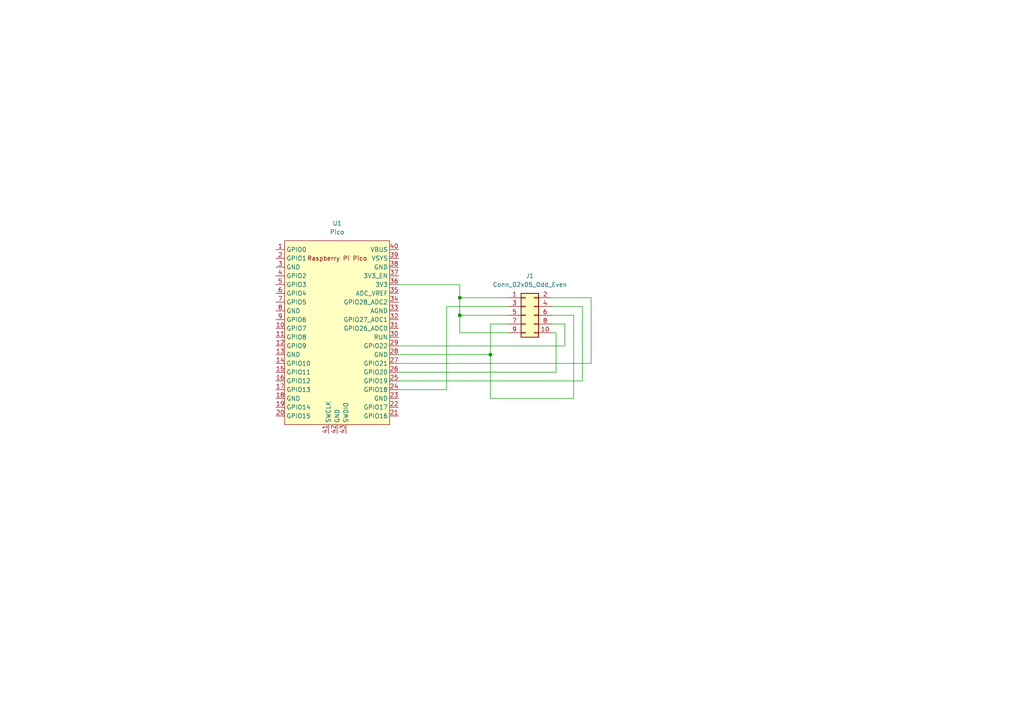
<source format=kicad_sch>
(kicad_sch (version 20211123) (generator eeschema)
  (paper "A4")
  (lib_symbols
    (symbol "Connector_Generic:Conn_02x05_Odd_Even" (pin_names (offset 1.016) hide)
      (property "Reference" "J" (at 1.27 7.62 0))
      (property "Value" "Conn_02x05_Odd_Even" (at 1.27 -7.62 0))
      (symbol "Conn_02x05_Odd_Even_1_1"
        (rectangle (start -1.27 -4.953) (end 0 -5.207) (stroke (width 0.1524)))
        (rectangle (start -1.27 -2.413) (end 0 -2.667) (stroke (width 0.1524)))
        (rectangle (start -1.27 0.127) (end 0 -0.127) (stroke (width 0.1524)))
        (rectangle (start -1.27 2.667) (end 0 2.413) (stroke (width 0.1524)))
        (rectangle (start -1.27 5.207) (end 0 4.953) (stroke (width 0.1524)))
        (rectangle (start -1.27 6.35) (end 3.81 -6.35) (stroke (width 0.254)) (fill (type background)))
        (rectangle (start 3.81 -4.953) (end 2.54 -5.207) (stroke (width 0.1524)))
        (rectangle (start 3.81 -2.413) (end 2.54 -2.667) (stroke (width 0.1524)))
        (rectangle (start 3.81 0.127) (end 2.54 -0.127) (stroke (width 0.1524)))
        (rectangle (start 3.81 2.667) (end 2.54 2.413) (stroke (width 0.1524)))
        (rectangle (start 3.81 5.207) (end 2.54 4.953) (stroke (width 0.1524)))
        (pin passive line (at -5.08 5.08 0) (length 3.81) (name "Pin_1") (number "1"))
        (pin passive line (at 7.62 -5.08 180) (length 3.81) (name "Pin_10") (number "10"))
        (pin passive line (at 7.62 5.08 180) (length 3.81) (name "Pin_2") (number "2"))
        (pin passive line (at -5.08 2.54 0) (length 3.81) (name "Pin_3") (number "3"))
        (pin passive line (at 7.62 2.54 180) (length 3.81) (name "Pin_4") (number "4"))
        (pin passive line (at -5.08 0 0) (length 3.81) (name "Pin_5") (number "5"))
        (pin passive line (at 7.62 0 180) (length 3.81) (name "Pin_6") (number "6"))
        (pin passive line (at -5.08 -2.54 0) (length 3.81) (name "Pin_7") (number "7"))
        (pin passive line (at 7.62 -2.54 180) (length 3.81) (name "Pin_8") (number "8"))
        (pin passive line (at -5.08 -5.08 0) (length 3.81) (name "Pin_9") (number "9"))
      )
    )
    (symbol "MCU_RaspberryPi_and_Boards:Pico"
      (property "Reference" "U" (at -13.97 27.94 0))
      (property "Value" "Pico" (at 0 19.05 0))
      (symbol "Pico_0_0"
        (text "Raspberry Pi Pico" (at 0 21.59 0) (effects (font (size 1.27 1.27))))
      )
      (symbol "Pico_0_1"
        (rectangle (start -15.24 26.67) (end 15.24 -26.67) (fill (type background)))
      )
      (symbol "Pico_1_1"
        (pin bidirectional line (at -17.78 24.13 0) (length 2.54) (name "GPIO0") (number "1"))
        (pin bidirectional line (at -17.78 1.27 0) (length 2.54) (name "GPIO7") (number "10"))
        (pin bidirectional line (at -17.78 -1.27 0) (length 2.54) (name "GPIO8") (number "11"))
        (pin bidirectional line (at -17.78 -3.81 0) (length 2.54) (name "GPIO9") (number "12"))
        (pin power_in line (at -17.78 -6.35 0) (length 2.54) (name "GND") (number "13"))
        (pin bidirectional line (at -17.78 -8.89 0) (length 2.54) (name "GPIO10") (number "14"))
        (pin bidirectional line (at -17.78 -11.43 0) (length 2.54) (name "GPIO11") (number "15"))
        (pin bidirectional line (at -17.78 -13.97 0) (length 2.54) (name "GPIO12") (number "16"))
        (pin bidirectional line (at -17.78 -16.51 0) (length 2.54) (name "GPIO13") (number "17"))
        (pin power_in line (at -17.78 -19.05 0) (length 2.54) (name "GND") (number "18"))
        (pin bidirectional line (at -17.78 -21.59 0) (length 2.54) (name "GPIO14") (number "19"))
        (pin bidirectional line (at -17.78 21.59 0) (length 2.54) (name "GPIO1") (number "2"))
        (pin bidirectional line (at -17.78 -24.13 0) (length 2.54) (name "GPIO15") (number "20"))
        (pin bidirectional line (at 17.78 -24.13 180) (length 2.54) (name "GPIO16") (number "21"))
        (pin bidirectional line (at 17.78 -21.59 180) (length 2.54) (name "GPIO17") (number "22"))
        (pin power_in line (at 17.78 -19.05 180) (length 2.54) (name "GND") (number "23"))
        (pin bidirectional line (at 17.78 -16.51 180) (length 2.54) (name "GPIO18") (number "24"))
        (pin bidirectional line (at 17.78 -13.97 180) (length 2.54) (name "GPIO19") (number "25"))
        (pin bidirectional line (at 17.78 -11.43 180) (length 2.54) (name "GPIO20") (number "26"))
        (pin bidirectional line (at 17.78 -8.89 180) (length 2.54) (name "GPIO21") (number "27"))
        (pin power_in line (at 17.78 -6.35 180) (length 2.54) (name "GND") (number "28"))
        (pin bidirectional line (at 17.78 -3.81 180) (length 2.54) (name "GPIO22") (number "29"))
        (pin power_in line (at -17.78 19.05 0) (length 2.54) (name "GND") (number "3"))
        (pin input line (at 17.78 -1.27 180) (length 2.54) (name "RUN") (number "30"))
        (pin bidirectional line (at 17.78 1.27 180) (length 2.54) (name "GPIO26_ADC0") (number "31"))
        (pin bidirectional line (at 17.78 3.81 180) (length 2.54) (name "GPIO27_ADC1") (number "32"))
        (pin power_in line (at 17.78 6.35 180) (length 2.54) (name "AGND") (number "33"))
        (pin bidirectional line (at 17.78 8.89 180) (length 2.54) (name "GPIO28_ADC2") (number "34"))
        (pin power_in line (at 17.78 11.43 180) (length 2.54) (name "ADC_VREF") (number "35"))
        (pin power_in line (at 17.78 13.97 180) (length 2.54) (name "3V3") (number "36"))
        (pin input line (at 17.78 16.51 180) (length 2.54) (name "3V3_EN") (number "37"))
        (pin bidirectional line (at 17.78 19.05 180) (length 2.54) (name "GND") (number "38"))
        (pin power_in line (at 17.78 21.59 180) (length 2.54) (name "VSYS") (number "39"))
        (pin bidirectional line (at -17.78 16.51 0) (length 2.54) (name "GPIO2") (number "4"))
        (pin power_in line (at 17.78 24.13 180) (length 2.54) (name "VBUS") (number "40"))
        (pin input line (at -2.54 -29.21 90) (length 2.54) (name "SWCLK") (number "41"))
        (pin power_in line (at 0 -29.21 90) (length 2.54) (name "GND") (number "42"))
        (pin bidirectional line (at 2.54 -29.21 90) (length 2.54) (name "SWDIO") (number "43"))
        (pin bidirectional line (at -17.78 13.97 0) (length 2.54) (name "GPIO3") (number "5"))
        (pin bidirectional line (at -17.78 11.43 0) (length 2.54) (name "GPIO4") (number "6"))
        (pin bidirectional line (at -17.78 8.89 0) (length 2.54) (name "GPIO5") (number "7"))
        (pin power_in line (at -17.78 6.35 0) (length 2.54) (name "GND") (number "8"))
        (pin bidirectional line (at -17.78 3.81 0) (length 2.54) (name "GPIO6") (number "9"))
      )
    )
  )
  (junction (at 133.35 91.44))
  (junction (at 142.24 102.87))
  (junction (at 133.35 86.36))
  (wire (pts (xy 160.02 91.44) (xy 166.37 91.44)))
  (wire (pts (xy 133.35 86.36) (xy 147.32 86.36)))
  (wire (pts (xy 161.29 96.52) (xy 160.02 96.52)))
  (wire (pts (xy 133.35 91.44) (xy 133.35 86.36)))
  (wire (pts (xy 115.57 82.55) (xy 133.35 82.55)))
  (wire (pts (xy 171.45 105.41) (xy 171.45 86.36)))
  (wire (pts (xy 160.02 88.9) (xy 168.91 88.9)))
  (wire (pts (xy 142.24 102.87) (xy 142.24 115.57)))
  (wire (pts (xy 147.32 93.98) (xy 142.24 93.98)))
  (wire (pts (xy 160.02 93.98) (xy 163.83 93.98)))
  (wire (pts (xy 129.54 88.9) (xy 129.54 113.03)))
  (wire (pts (xy 168.91 88.9) (xy 168.91 110.49)))
  (wire (pts (xy 168.91 110.49) (xy 115.57 110.49)))
  (wire (pts (xy 147.32 96.52) (xy 133.35 96.52)))
  (wire (pts (xy 161.29 107.95) (xy 161.29 96.52)))
  (wire (pts (xy 115.57 102.87) (xy 142.24 102.87)))
  (wire (pts (xy 115.57 107.95) (xy 161.29 107.95)))
  (wire (pts (xy 166.37 115.57) (xy 142.24 115.57)))
  (wire (pts (xy 147.32 88.9) (xy 129.54 88.9)))
  (wire (pts (xy 129.54 113.03) (xy 115.57 113.03)))
  (wire (pts (xy 133.35 96.52) (xy 133.35 91.44)))
  (wire (pts (xy 133.35 82.55) (xy 133.35 86.36)))
  (wire (pts (xy 115.57 105.41) (xy 171.45 105.41)))
  (wire (pts (xy 163.83 93.98) (xy 163.83 100.33)))
  (wire (pts (xy 142.24 93.98) (xy 142.24 102.87)))
  (wire (pts (xy 171.45 86.36) (xy 160.02 86.36)))
  (wire (pts (xy 166.37 91.44) (xy 166.37 115.57)))
  (wire (pts (xy 163.83 100.33) (xy 115.57 100.33)))
  (wire (pts (xy 133.35 91.44) (xy 147.32 91.44)))
  (symbol (lib_id "Connector_Generic:Conn_02x05_Odd_Even") (at 152.4 91.44 0) (unit 1)
    (property "Reference" "J1" (at 153.67 80.01 0))
    (property "Value" "Conn_02x05_Odd_Even" (at 153.67 82.55 0))
    (property "Footprint" "Connector_PinHeader_2.00mm:PinHeader_2x05_P2.00mm_Vertical_SMD" (effects hide))
  )
  (symbol (lib_id "MCU_RaspberryPi_and_Boards:Pico") (at 97.79 96.52 0) (unit 1)
    (property "Reference" "U1" (at 97.79 64.77 0))
    (property "Value" "Pico" (at 97.79 67.31 0))
    (property "Footprint" "MCU_RaspberryPi_and_Boards:RPi_Pico_SMD_TH" (effects hide))
  )
)
</source>
